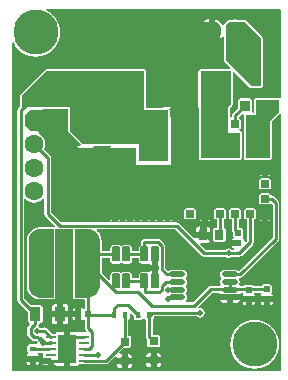
<source format=gtl>
G04 Layer_Physical_Order=1*
G04 Layer_Color=255*
%FSAX25Y25*%
%MOIN*%
G70*
G01*
G75*
%ADD10R,0.01772X0.02165*%
%ADD11R,0.03150X0.02756*%
%ADD12R,0.02047X0.01968*%
%ADD13R,0.02165X0.01772*%
%ADD14R,0.03740X0.10236*%
%ADD15R,0.03740X0.09842*%
%ADD16R,0.03200X0.03600*%
%ADD17R,0.02756X0.03543*%
%ADD18R,0.03543X0.00984*%
%ADD19R,0.05866X0.09449*%
G04:AMPARAMS|DCode=20|XSize=25mil|YSize=50mil|CornerRadius=3.13mil|HoleSize=0mil|Usage=FLASHONLY|Rotation=180.000|XOffset=0mil|YOffset=0mil|HoleType=Round|Shape=RoundedRectangle|*
%AMROUNDEDRECTD20*
21,1,0.02500,0.04375,0,0,180.0*
21,1,0.01875,0.05000,0,0,180.0*
1,1,0.00625,-0.00937,0.02187*
1,1,0.00625,0.00937,0.02187*
1,1,0.00625,0.00937,-0.02187*
1,1,0.00625,-0.00937,-0.02187*
%
%ADD20ROUNDEDRECTD20*%
%ADD21R,0.02500X0.02500*%
%ADD22O,0.05315X0.01772*%
%ADD23R,0.01968X0.02047*%
G04:AMPARAMS|DCode=24|XSize=82.68mil|YSize=228.35mil|CornerRadius=41.34mil|HoleSize=0mil|Usage=FLASHONLY|Rotation=0.000|XOffset=0mil|YOffset=0mil|HoleType=Round|Shape=RoundedRectangle|*
%AMROUNDEDRECTD24*
21,1,0.08268,0.14567,0,0,0.0*
21,1,0.00000,0.22835,0,0,0.0*
1,1,0.08268,0.00000,-0.07283*
1,1,0.08268,0.00000,-0.07283*
1,1,0.08268,0.00000,0.07283*
1,1,0.08268,0.00000,0.07283*
%
%ADD24ROUNDEDRECTD24*%
%ADD25R,0.04724X0.03543*%
%ADD26R,0.03543X0.04724*%
%ADD27C,0.01000*%
%ADD28C,0.06300*%
%ADD29C,0.15000*%
%ADD30C,0.02000*%
G36*
X0419000Y0343500D02*
X0416000Y0340500D01*
Y0328000D01*
X0408000D01*
Y0342500D01*
X0411500D01*
Y0347500D01*
X0419000D01*
Y0343500D01*
D02*
G37*
G36*
X0403000Y0346000D02*
X0402000Y0345000D01*
Y0336500D01*
X0406000D01*
Y0328000D01*
X0393000D01*
Y0357000D01*
X0403000D01*
Y0346000D01*
D02*
G37*
G36*
X0419000Y0377867D02*
X0419332Y0377801D01*
X0419613Y0377613D01*
X0419801Y0377332D01*
X0419867Y0377000D01*
X0419878Y0377000D01*
Y0348193D01*
X0419378Y0347993D01*
X0419000Y0348149D01*
X0411500D01*
X0411041Y0347959D01*
X0410851Y0347500D01*
Y0343149D01*
X0410296D01*
X0409962Y0343649D01*
X0410009Y0343763D01*
Y0347363D01*
X0409819Y0347822D01*
X0409360Y0348012D01*
X0406160D01*
X0405701Y0347822D01*
X0405510Y0347363D01*
Y0344900D01*
X0403707Y0343096D01*
X0403464Y0342732D01*
X0403378Y0342303D01*
X0403378Y0342303D01*
Y0341806D01*
X0403145Y0341681D01*
X0402649Y0341983D01*
Y0344731D01*
X0403459Y0345541D01*
X0403649Y0346000D01*
Y0356725D01*
X0404149Y0356932D01*
X0409541Y0351541D01*
X0410000Y0351351D01*
X0413000D01*
X0413459Y0351541D01*
X0413488Y0351611D01*
X0413559Y0351641D01*
X0413749Y0352100D01*
Y0355700D01*
X0413649Y0355941D01*
Y0368000D01*
X0413459Y0368459D01*
X0407959Y0373959D01*
X0407500Y0374149D01*
X0405489D01*
X0405479Y0374153D01*
X0404500Y0374282D01*
X0403521Y0374153D01*
X0403511Y0374149D01*
X0402500D01*
X0402041Y0373959D01*
X0401041Y0372959D01*
X0400851Y0372500D01*
Y0372452D01*
X0400351Y0372353D01*
X0400251Y0372593D01*
X0399586Y0373460D01*
X0398719Y0374125D01*
X0397709Y0374543D01*
X0397626Y0374554D01*
Y0373500D01*
X0398500D01*
X0399500Y0372500D01*
X0399500Y0367474D01*
X0399586Y0367540D01*
X0400251Y0368407D01*
X0400351Y0368647D01*
X0400851Y0368548D01*
Y0360500D01*
X0401041Y0360041D01*
X0402932Y0358149D01*
X0402725Y0357649D01*
X0393000D01*
X0392541Y0357459D01*
X0392471Y0357290D01*
X0392318Y0356996D01*
X0392000Y0356958D01*
X0392000Y0344941D01*
X0392351Y0344649D01*
Y0328000D01*
X0392541Y0327541D01*
X0393000Y0327351D01*
X0406000D01*
X0406459Y0327541D01*
X0406649Y0328000D01*
Y0336500D01*
X0406459Y0336959D01*
X0406000Y0337149D01*
X0405968D01*
X0405868Y0337649D01*
X0406209Y0337791D01*
X0406399Y0338250D01*
Y0340750D01*
X0406209Y0341209D01*
X0405759Y0341396D01*
X0405740Y0341473D01*
X0405682Y0341899D01*
X0406643Y0342860D01*
X0406963Y0342832D01*
X0407351Y0342500D01*
Y0328000D01*
X0407541Y0327541D01*
X0408000Y0327351D01*
X0416000D01*
X0416459Y0327541D01*
X0416649Y0328000D01*
Y0340231D01*
X0419378Y0342960D01*
X0419760Y0342873D01*
X0419878Y0342807D01*
Y0257500D01*
X0419879Y0257499D01*
X0419768Y0257232D01*
X0419501Y0257121D01*
X0419500Y0257121D01*
X0330121D01*
Y0366496D01*
X0330622Y0366621D01*
X0331233Y0365478D01*
X0332245Y0364245D01*
X0333478Y0363232D01*
X0334885Y0362480D01*
X0336412Y0362017D01*
X0338000Y0361861D01*
X0339588Y0362017D01*
X0341115Y0362480D01*
X0342522Y0363232D01*
X0343755Y0364245D01*
X0344767Y0365478D01*
X0345520Y0366885D01*
X0345983Y0368412D01*
X0346139Y0370000D01*
X0345983Y0371588D01*
X0345520Y0373115D01*
X0344767Y0374522D01*
X0343755Y0375755D01*
X0342522Y0376767D01*
X0341379Y0377379D01*
X0341504Y0377878D01*
X0419000D01*
Y0377867D01*
D02*
G37*
G36*
X0413000Y0368000D02*
Y0352000D01*
X0410000D01*
X0401500Y0360500D01*
Y0372500D01*
X0402500Y0373500D01*
X0407500D01*
X0413000Y0368000D01*
D02*
G37*
%LPC*%
G36*
X0351272Y0278040D02*
X0350897Y0277966D01*
X0350566Y0277745D01*
X0350345Y0277414D01*
X0350268Y0277024D01*
Y0277000D01*
X0351272D01*
Y0278040D01*
D02*
G37*
G36*
X0347905Y0279382D02*
X0347134D01*
Y0277000D01*
X0348925D01*
Y0278362D01*
X0348847Y0278752D01*
X0348626Y0279083D01*
X0348296Y0279304D01*
X0347905Y0279382D01*
D02*
G37*
G36*
X0345134D02*
X0344362D01*
X0343972Y0279304D01*
X0343641Y0279083D01*
X0343420Y0278752D01*
X0343343Y0278362D01*
Y0277000D01*
X0345134D01*
Y0279382D01*
D02*
G37*
G36*
X0348925Y0275000D02*
X0347134D01*
Y0272618D01*
X0347905D01*
X0348296Y0272696D01*
X0348626Y0272917D01*
X0348847Y0273248D01*
X0348925Y0273638D01*
Y0275000D01*
D02*
G37*
G36*
X0351272D02*
X0350268D01*
Y0274976D01*
X0350345Y0274586D01*
X0350566Y0274255D01*
X0350897Y0274034D01*
X0351272Y0273960D01*
Y0275000D01*
D02*
G37*
G36*
X0408000Y0280000D02*
X0406960D01*
X0407034Y0279626D01*
X0407255Y0279295D01*
X0407586Y0279074D01*
X0407976Y0278996D01*
X0408000D01*
Y0280000D01*
D02*
G37*
G36*
X0401760Y0280661D02*
X0399388D01*
X0399628Y0280302D01*
X0400252Y0279885D01*
X0400988Y0279739D01*
X0401760D01*
Y0280661D01*
D02*
G37*
G36*
X0406131D02*
X0403760D01*
Y0279739D01*
X0404531D01*
X0405267Y0279885D01*
X0405891Y0280302D01*
X0406131Y0280661D01*
D02*
G37*
G36*
X0417040Y0280114D02*
X0416000D01*
Y0279110D01*
X0416024D01*
X0416414Y0279188D01*
X0416745Y0279409D01*
X0416966Y0279740D01*
X0417040Y0280114D01*
D02*
G37*
G36*
X0411040Y0280000D02*
X0410000D01*
Y0278996D01*
X0410024D01*
X0410414Y0279074D01*
X0410745Y0279295D01*
X0410966Y0279626D01*
X0411040Y0280000D01*
D02*
G37*
G36*
X0414000Y0280114D02*
X0412960D01*
X0413034Y0279740D01*
X0413255Y0279409D01*
X0413586Y0279188D01*
X0413976Y0279110D01*
X0414000D01*
Y0280114D01*
D02*
G37*
G36*
X0345134Y0275000D02*
X0343343D01*
Y0273638D01*
X0343420Y0273248D01*
X0343641Y0272917D01*
X0343972Y0272696D01*
X0344362Y0272618D01*
X0345134D01*
Y0275000D01*
D02*
G37*
G36*
X0376300Y0259750D02*
X0374706D01*
Y0259372D01*
X0374783Y0258982D01*
X0375004Y0258651D01*
X0375335Y0258431D01*
X0375725Y0258353D01*
X0376300D01*
Y0259750D01*
D02*
G37*
G36*
X0379894D02*
X0378300D01*
Y0258353D01*
X0378875D01*
X0379265Y0258431D01*
X0379596Y0258651D01*
X0379817Y0258982D01*
X0379894Y0259372D01*
Y0259750D01*
D02*
G37*
G36*
X0370236Y0259484D02*
X0368642D01*
Y0258086D01*
X0369217D01*
X0369607Y0258164D01*
X0369938Y0258385D01*
X0370159Y0258716D01*
X0370236Y0259106D01*
Y0259484D01*
D02*
G37*
G36*
X0411000Y0274139D02*
X0409412Y0273983D01*
X0407885Y0273520D01*
X0406478Y0272767D01*
X0405245Y0271755D01*
X0404233Y0270522D01*
X0403480Y0269115D01*
X0403017Y0267588D01*
X0402861Y0266000D01*
X0403017Y0264412D01*
X0403480Y0262885D01*
X0404233Y0261478D01*
X0405245Y0260245D01*
X0406478Y0259232D01*
X0407885Y0258480D01*
X0409412Y0258017D01*
X0411000Y0257861D01*
X0412588Y0258017D01*
X0414115Y0258480D01*
X0415522Y0259232D01*
X0416755Y0260245D01*
X0417767Y0261478D01*
X0418520Y0262885D01*
X0418983Y0264412D01*
X0419139Y0266000D01*
X0418983Y0267588D01*
X0418520Y0269115D01*
X0417767Y0270522D01*
X0416755Y0271755D01*
X0415522Y0272767D01*
X0414115Y0273520D01*
X0412588Y0273983D01*
X0411000Y0274139D01*
D02*
G37*
G36*
X0366642Y0259484D02*
X0365048D01*
Y0259106D01*
X0365125Y0258716D01*
X0365346Y0258385D01*
X0365677Y0258164D01*
X0366067Y0258086D01*
X0366642D01*
Y0259484D01*
D02*
G37*
G36*
X0342008Y0259563D02*
X0340373D01*
X0340515Y0259350D01*
X0340846Y0259129D01*
X0341236Y0259051D01*
X0342008D01*
Y0259563D01*
D02*
G37*
G36*
X0376300Y0263148D02*
X0375725D01*
X0375335Y0263070D01*
X0375004Y0262849D01*
X0374783Y0262519D01*
X0374706Y0262128D01*
Y0261750D01*
X0376300D01*
Y0263148D01*
D02*
G37*
G36*
X0378875D02*
X0378300D01*
Y0261750D01*
X0379894D01*
Y0262128D01*
X0379817Y0262519D01*
X0379596Y0262849D01*
X0379265Y0263070D01*
X0378875Y0263148D01*
D02*
G37*
G36*
X0369217Y0262882D02*
X0368642D01*
Y0261484D01*
X0370236D01*
Y0261862D01*
X0370159Y0262252D01*
X0369938Y0262583D01*
X0369607Y0262804D01*
X0369217Y0262882D01*
D02*
G37*
G36*
X0335992Y0260000D02*
X0334913D01*
X0334967Y0259724D01*
X0335189Y0259393D01*
X0335519Y0259172D01*
X0335910Y0259095D01*
X0335992D01*
Y0260000D01*
D02*
G37*
G36*
X0339072D02*
X0337992D01*
Y0259095D01*
X0338075D01*
X0338465Y0259172D01*
X0338796Y0259393D01*
X0339017Y0259724D01*
X0339072Y0260000D01*
D02*
G37*
G36*
X0400750Y0311399D02*
X0398250D01*
X0397791Y0311209D01*
X0397601Y0310750D01*
Y0308250D01*
X0397791Y0307791D01*
X0398250Y0307601D01*
X0398378D01*
Y0304921D01*
X0397878D01*
X0397419Y0304731D01*
X0397229Y0304272D01*
Y0300728D01*
X0397419Y0300269D01*
X0397878Y0300079D01*
X0400634D01*
X0401093Y0300269D01*
X0401283Y0300728D01*
Y0304272D01*
X0401093Y0304731D01*
X0400634Y0304921D01*
X0400622D01*
Y0307601D01*
X0400750D01*
X0401209Y0307791D01*
X0401399Y0308250D01*
Y0310750D01*
X0401209Y0311209D01*
X0400750Y0311399D01*
D02*
G37*
G36*
X0396427Y0307500D02*
X0395500D01*
Y0307230D01*
X0395750D01*
X0396140Y0307308D01*
X0396427Y0307500D01*
D02*
G37*
G36*
X0413500Y0307500D02*
X0412572D01*
X0412860Y0307308D01*
X0413250Y0307230D01*
X0413500D01*
Y0307500D01*
D02*
G37*
G36*
X0416428D02*
X0415500D01*
Y0307230D01*
X0415750D01*
X0416140Y0307308D01*
X0416428Y0307500D01*
D02*
G37*
G36*
X0382573Y0307500D02*
X0382860Y0307308D01*
X0383250Y0307230D01*
X0383500D01*
Y0307500D01*
X0382573Y0307500D01*
D02*
G37*
G36*
X0385500Y0307500D02*
Y0307230D01*
X0385750D01*
X0386140Y0307308D01*
X0386427Y0307500D01*
X0385500D01*
D02*
G37*
G36*
X0393500Y0307500D02*
X0392572D01*
X0392860Y0307308D01*
X0393250Y0307230D01*
X0393500D01*
Y0307500D01*
D02*
G37*
G36*
X0416428Y0322500D02*
X0415500D01*
Y0322230D01*
X0415750D01*
X0416140Y0322308D01*
X0416428Y0322500D01*
D02*
G37*
G36*
X0341500Y0357649D02*
X0341041Y0357459D01*
X0333041Y0349459D01*
X0332851Y0349000D01*
Y0345437D01*
X0332207Y0344793D01*
X0331964Y0344429D01*
X0331878Y0344000D01*
X0331878Y0344000D01*
Y0280866D01*
X0331878Y0280866D01*
X0331964Y0280437D01*
X0332207Y0280073D01*
X0335445Y0276835D01*
Y0273638D01*
X0335635Y0273179D01*
X0335833Y0273096D01*
X0335970Y0272526D01*
X0335507Y0272063D01*
X0335264Y0271699D01*
X0335178Y0271270D01*
X0335178Y0271270D01*
Y0269530D01*
X0335178Y0269530D01*
X0335264Y0269101D01*
X0335507Y0268737D01*
X0336737Y0267507D01*
X0336737Y0267507D01*
X0337101Y0267264D01*
X0337530Y0267178D01*
X0337530Y0267179D01*
X0338154D01*
X0338638Y0266695D01*
X0338622Y0266355D01*
X0338147Y0266049D01*
X0338075Y0266079D01*
X0335910D01*
X0335450Y0265888D01*
X0335260Y0265429D01*
Y0263658D01*
X0335405Y0263307D01*
X0335441Y0263158D01*
X0335335Y0262705D01*
X0335189Y0262607D01*
X0334967Y0262276D01*
X0334913Y0262000D01*
X0336992D01*
X0339072D01*
X0339017Y0262276D01*
X0338796Y0262607D01*
X0338689Y0262679D01*
X0338840Y0263178D01*
X0340483D01*
X0340587Y0263024D01*
Y0262039D01*
X0340657Y0261871D01*
X0340515Y0261776D01*
X0340373Y0261563D01*
X0340818D01*
X0341236Y0261390D01*
X0343008D01*
Y0260563D01*
X0344008D01*
Y0259051D01*
X0344779D01*
X0344840Y0259063D01*
X0344846Y0259055D01*
X0345177Y0258834D01*
X0345567Y0258756D01*
X0347500D01*
Y0264500D01*
Y0270244D01*
X0345567D01*
X0345177Y0270166D01*
X0344846Y0269945D01*
X0344625Y0269615D01*
X0344618Y0269579D01*
X0343437D01*
X0341693Y0271322D01*
X0341329Y0271565D01*
X0340900Y0271651D01*
X0340471Y0271565D01*
X0340405Y0271521D01*
X0339575D01*
X0339553Y0271553D01*
X0339093Y0271861D01*
X0339024Y0271907D01*
X0338907Y0272387D01*
X0338909Y0272440D01*
X0338988Y0272836D01*
X0339441Y0272988D01*
X0339638D01*
X0340097Y0273179D01*
X0340287Y0273638D01*
Y0278362D01*
X0340097Y0278821D01*
X0339638Y0279012D01*
X0336440D01*
X0334121Y0281331D01*
Y0314373D01*
X0334622Y0314543D01*
X0334825Y0314278D01*
X0335609Y0313676D01*
X0336521Y0313299D01*
X0337500Y0313170D01*
X0338479Y0313299D01*
X0339391Y0313676D01*
X0340175Y0314278D01*
X0340378Y0314543D01*
X0340879Y0314373D01*
Y0309500D01*
X0340878Y0309500D01*
X0340964Y0309071D01*
X0341207Y0308707D01*
X0344553Y0305361D01*
X0344548Y0305352D01*
X0344548D01*
X0344270Y0304937D01*
X0343957Y0305067D01*
X0339626Y0305067D01*
X0339626Y0305066D01*
X0339238D01*
X0339177Y0305041D01*
X0339111Y0305054D01*
X0338351Y0304903D01*
X0338296Y0304866D01*
X0338229D01*
X0337513Y0304569D01*
X0337466Y0304522D01*
X0337400Y0304509D01*
X0336755Y0304078D01*
X0336719Y0304023D01*
X0336657Y0303997D01*
X0336109Y0303449D01*
X0336083Y0303388D01*
X0336028Y0303351D01*
X0335597Y0302706D01*
X0335584Y0302641D01*
X0335537Y0302594D01*
X0335240Y0301877D01*
Y0301811D01*
X0335204Y0301755D01*
X0335052Y0300995D01*
X0335065Y0300930D01*
X0335040Y0300868D01*
X0335040Y0300481D01*
X0335040Y0285520D01*
X0335040Y0285520D01*
X0335040Y0285520D01*
X0335040Y0285132D01*
X0335065Y0285070D01*
X0335052Y0285005D01*
X0335203Y0284244D01*
X0335240Y0284189D01*
Y0284123D01*
X0335537Y0283406D01*
X0335584Y0283359D01*
X0335597Y0283294D01*
X0336028Y0282649D01*
X0336083Y0282612D01*
X0336109Y0282551D01*
X0336657Y0282002D01*
X0336719Y0281977D01*
X0336756Y0281922D01*
X0337401Y0281491D01*
X0337466Y0281478D01*
X0337513Y0281431D01*
X0338229Y0281134D01*
X0338296D01*
X0338351Y0281097D01*
X0339112Y0280946D01*
X0339177Y0280959D01*
X0339238Y0280933D01*
X0339626Y0280933D01*
X0343957Y0280933D01*
X0343957Y0280933D01*
X0343957Y0280933D01*
X0344193Y0281031D01*
X0344413Y0281122D01*
X0344416Y0281123D01*
X0344606Y0281583D01*
X0344606Y0281583D01*
Y0304417D01*
X0344590Y0304456D01*
X0344978Y0304825D01*
X0345189Y0304724D01*
X0345553Y0304481D01*
X0345983Y0304396D01*
X0345983Y0304396D01*
X0350394D01*
Y0281582D01*
X0350473Y0281392D01*
X0350583Y0281126D01*
X0350584Y0281123D01*
X0351043Y0280933D01*
X0351043Y0280933D01*
X0354025Y0280933D01*
X0354379Y0280579D01*
Y0278032D01*
X0354231Y0277926D01*
X0353878Y0277810D01*
X0353646Y0277966D01*
X0353272Y0278040D01*
Y0276000D01*
Y0273960D01*
X0353646Y0274034D01*
X0353878Y0274190D01*
X0354231Y0274074D01*
X0354379Y0273968D01*
Y0271393D01*
X0354378Y0271393D01*
X0354464Y0270964D01*
X0354707Y0270600D01*
X0354896Y0270411D01*
X0354705Y0269949D01*
X0352221D01*
X0352160Y0269937D01*
X0352154Y0269945D01*
X0351823Y0270166D01*
X0351433Y0270244D01*
X0349500D01*
Y0264500D01*
Y0258756D01*
X0351433D01*
X0351823Y0258834D01*
X0352154Y0259055D01*
X0352375Y0259385D01*
X0352382Y0259421D01*
X0353640D01*
X0353726Y0259364D01*
X0354155Y0259278D01*
X0354155Y0259278D01*
X0361388D01*
X0361388Y0259278D01*
X0361818Y0259364D01*
X0362181Y0259607D01*
X0364563Y0261988D01*
X0364817Y0261922D01*
X0365048Y0261766D01*
Y0261484D01*
X0366642D01*
Y0262882D01*
X0366163D01*
X0366007Y0263112D01*
X0365941Y0263366D01*
X0367330Y0264756D01*
X0369217D01*
X0369676Y0264946D01*
X0369866Y0265405D01*
Y0268161D01*
X0369676Y0268620D01*
X0369217Y0268811D01*
X0368893D01*
Y0274065D01*
X0369117Y0274158D01*
X0369307Y0274617D01*
Y0276228D01*
X0369807Y0276435D01*
X0370693Y0275549D01*
Y0274617D01*
X0370883Y0274158D01*
X0371342Y0273968D01*
X0373114D01*
X0373573Y0274158D01*
X0373764Y0274617D01*
X0374236D01*
X0374427Y0274158D01*
X0374750Y0274024D01*
Y0268478D01*
X0374750Y0268478D01*
X0374835Y0268049D01*
X0375076Y0267689D01*
Y0265672D01*
X0375266Y0265212D01*
X0375725Y0265022D01*
X0378875D01*
X0379334Y0265212D01*
X0379524Y0265672D01*
Y0268428D01*
X0379334Y0268887D01*
X0378875Y0269077D01*
X0376993D01*
Y0274107D01*
X0377117Y0274158D01*
X0377307Y0274617D01*
Y0275349D01*
X0377336Y0275378D01*
X0391525D01*
X0391547Y0275346D01*
X0392076Y0274993D01*
X0392700Y0274869D01*
X0393324Y0274993D01*
X0393853Y0275346D01*
X0394207Y0275876D01*
X0394331Y0276500D01*
X0394207Y0277124D01*
X0393853Y0277654D01*
X0393324Y0278007D01*
X0392700Y0278131D01*
X0392356Y0278063D01*
X0392110Y0278524D01*
X0396807Y0283221D01*
X0399161D01*
X0399428Y0282721D01*
X0399388Y0282661D01*
X0402760D01*
X0406131D01*
X0406091Y0282721D01*
X0406359Y0283221D01*
X0407127D01*
X0407279Y0282721D01*
X0407255Y0282705D01*
X0407034Y0282374D01*
X0406960Y0282000D01*
X0409000D01*
X0411040D01*
X0410966Y0282374D01*
X0410745Y0282705D01*
X0410721Y0282721D01*
X0410873Y0283221D01*
X0412968D01*
X0413073Y0283074D01*
X0413190Y0282721D01*
X0413034Y0282489D01*
X0412960Y0282114D01*
X0415000D01*
Y0281114D01*
D01*
Y0282114D01*
X0417040D01*
X0416966Y0282489D01*
X0416745Y0282819D01*
X0416514Y0282974D01*
X0416673Y0283358D01*
Y0285327D01*
X0416483Y0285786D01*
X0416024Y0285976D01*
X0413976D01*
X0413517Y0285786D01*
X0413384Y0285464D01*
X0410569D01*
X0410483Y0285672D01*
X0410024Y0285862D01*
X0407976D01*
X0407517Y0285672D01*
X0407431Y0285464D01*
X0406041D01*
X0405774Y0285964D01*
X0405931Y0286200D01*
X0406046Y0286780D01*
X0405931Y0287359D01*
X0405692Y0287717D01*
X0405863Y0288157D01*
X0405913Y0288217D01*
X0406260D01*
X0406260Y0288217D01*
X0406689Y0288302D01*
X0407053Y0288545D01*
X0418893Y0300386D01*
X0418893Y0300386D01*
X0419136Y0300750D01*
X0419222Y0301179D01*
X0419222Y0301179D01*
Y0313100D01*
X0419222Y0313100D01*
X0419136Y0313529D01*
X0418893Y0313893D01*
X0418893Y0313893D01*
X0417493Y0315293D01*
X0417129Y0315536D01*
X0416700Y0315622D01*
X0416399Y0315750D01*
X0416209Y0316209D01*
X0415750Y0316399D01*
X0413250D01*
X0412791Y0316209D01*
X0412601Y0315750D01*
Y0313250D01*
X0412778Y0312822D01*
X0412822Y0312778D01*
X0413250Y0312601D01*
X0415750D01*
X0416209Y0312791D01*
X0416679Y0312795D01*
X0416978Y0312532D01*
Y0312000D01*
X0417000D01*
Y0307500D01*
X0416611D01*
X0416978Y0307389D01*
Y0301643D01*
X0405795Y0290460D01*
X0405527D01*
X0405111Y0290738D01*
X0404531Y0290854D01*
X0400988D01*
X0400408Y0290738D01*
X0399917Y0290410D01*
X0399588Y0289918D01*
X0399473Y0289339D01*
X0399588Y0288759D01*
X0399832Y0288395D01*
X0399884Y0288059D01*
X0399832Y0287723D01*
X0399588Y0287359D01*
X0399473Y0286780D01*
X0399588Y0286200D01*
X0399746Y0285964D01*
X0399479Y0285464D01*
X0396343D01*
X0396343Y0285464D01*
X0395913Y0285379D01*
X0395550Y0285136D01*
X0395550Y0285136D01*
X0390435Y0280022D01*
X0388132D01*
X0387980Y0280521D01*
X0388083Y0280590D01*
X0388411Y0281082D01*
X0388527Y0281661D01*
X0388411Y0282241D01*
X0388083Y0282733D01*
Y0283149D01*
X0388411Y0283641D01*
X0388527Y0284221D01*
X0388411Y0284800D01*
X0388168Y0285164D01*
X0388116Y0285500D01*
X0388168Y0285836D01*
X0388411Y0286200D01*
X0388527Y0286780D01*
X0388411Y0287359D01*
X0388168Y0287723D01*
X0388116Y0288059D01*
X0388168Y0288395D01*
X0388411Y0288759D01*
X0388527Y0289339D01*
X0388411Y0289918D01*
X0388083Y0290410D01*
X0387592Y0290738D01*
X0387012Y0290854D01*
X0383469D01*
X0382889Y0290738D01*
X0382473Y0290460D01*
X0382126D01*
X0381224Y0291363D01*
Y0298773D01*
X0381224Y0298773D01*
X0381138Y0299202D01*
X0380895Y0299566D01*
X0380895Y0299566D01*
X0379668Y0300793D01*
X0379304Y0301036D01*
X0378875Y0301122D01*
X0378874Y0301121D01*
X0374248D01*
X0373819Y0301036D01*
X0373455Y0300793D01*
X0373212Y0300429D01*
X0373127Y0300000D01*
Y0299081D01*
X0372955Y0299047D01*
X0372653Y0298845D01*
X0372451Y0298544D01*
X0372380Y0298187D01*
Y0297122D01*
X0370120D01*
Y0298187D01*
X0370049Y0298544D01*
X0369847Y0298845D01*
X0369546Y0299047D01*
X0369190Y0299118D01*
X0367315D01*
X0366958Y0299047D01*
X0366657Y0298845D01*
X0366343D01*
X0366041Y0299047D01*
X0365686Y0299118D01*
X0363810D01*
X0363454Y0299047D01*
X0363153Y0298845D01*
X0362951Y0298544D01*
X0362880Y0298187D01*
Y0297122D01*
X0359961D01*
X0359961Y0300868D01*
X0359935Y0300929D01*
X0359948Y0300994D01*
X0359797Y0301755D01*
X0359760Y0301810D01*
X0359760Y0301877D01*
X0359463Y0302593D01*
X0359416Y0302640D01*
X0359403Y0302706D01*
X0358972Y0303350D01*
X0358917Y0303387D01*
X0358892Y0303449D01*
X0358445Y0303896D01*
X0358580Y0304367D01*
X0358590Y0304384D01*
X0358601Y0304396D01*
X0384518D01*
X0393360Y0295553D01*
X0393360Y0295553D01*
X0393724Y0295310D01*
X0394153Y0295225D01*
X0401125D01*
X0401147Y0295193D01*
X0401676Y0294839D01*
X0402300Y0294715D01*
X0402924Y0294839D01*
X0403453Y0295193D01*
X0403475Y0295225D01*
X0405846D01*
X0405847Y0295225D01*
X0406276Y0295310D01*
X0406639Y0295553D01*
X0410293Y0299207D01*
X0410293Y0299207D01*
X0410536Y0299571D01*
X0410622Y0300000D01*
X0410622Y0300000D01*
Y0307601D01*
X0410750D01*
X0411209Y0307791D01*
X0411399Y0308250D01*
Y0310750D01*
X0411222Y0311178D01*
X0411178Y0311222D01*
X0410750Y0311399D01*
X0408250D01*
X0407791Y0311209D01*
X0407601Y0310750D01*
Y0308250D01*
X0407791Y0307791D01*
X0408250Y0307601D01*
X0408379D01*
Y0300465D01*
X0408005Y0300091D01*
X0407543Y0300283D01*
Y0300870D01*
X0407466Y0301260D01*
X0407245Y0301591D01*
X0407014Y0301745D01*
X0407173Y0302130D01*
Y0304099D01*
X0406983Y0304558D01*
X0406524Y0304748D01*
X0405621D01*
Y0307601D01*
X0405750D01*
X0406209Y0307791D01*
X0406399Y0308250D01*
Y0310750D01*
X0406209Y0311209D01*
X0405750Y0311399D01*
X0403250D01*
X0402791Y0311209D01*
X0402601Y0310750D01*
Y0308250D01*
X0402791Y0307791D01*
X0403250Y0307601D01*
X0403378D01*
Y0304114D01*
X0403378Y0304114D01*
X0403464Y0303685D01*
X0403707Y0303321D01*
X0403827Y0303201D01*
Y0302130D01*
X0403986Y0301745D01*
X0403755Y0301591D01*
X0403534Y0301260D01*
X0403460Y0300886D01*
X0405500D01*
Y0298886D01*
X0403460D01*
X0403534Y0298511D01*
X0403755Y0298181D01*
X0404086Y0297960D01*
X0403995Y0297468D01*
X0403475D01*
X0403453Y0297500D01*
X0402924Y0297854D01*
X0402300Y0297978D01*
X0401676Y0297854D01*
X0401147Y0297500D01*
X0401125Y0297468D01*
X0394618D01*
X0392839Y0299247D01*
X0393031Y0299709D01*
X0395122D01*
X0395512Y0299786D01*
X0395843Y0300007D01*
X0396064Y0300338D01*
X0396142Y0300728D01*
Y0301500D01*
X0391347D01*
Y0301393D01*
X0390884Y0301202D01*
X0385776Y0306311D01*
X0385412Y0306554D01*
X0384982Y0306639D01*
X0384982Y0306639D01*
X0346447D01*
X0343122Y0309965D01*
Y0328252D01*
X0343122Y0328252D01*
X0343036Y0328681D01*
X0342793Y0329045D01*
X0342793Y0329045D01*
X0340835Y0331003D01*
X0341154Y0331773D01*
X0341282Y0332752D01*
X0341154Y0333731D01*
X0340776Y0334643D01*
X0340175Y0335426D01*
X0339391Y0336028D01*
X0338970Y0336202D01*
Y0336730D01*
X0338500Y0337200D01*
X0336300D01*
X0334400Y0339100D01*
Y0342200D01*
X0336200Y0344000D01*
X0340165D01*
X0340284Y0344351D01*
X0348851D01*
Y0337100D01*
X0349041Y0336641D01*
X0353024Y0332657D01*
X0352817Y0332157D01*
X0351943D01*
X0352600Y0331500D01*
X0357310Y0331500D01*
X0357304Y0331528D01*
X0357155Y0331750D01*
X0357286Y0332130D01*
X0357377Y0332251D01*
X0363105Y0332250D01*
X0363154Y0331750D01*
X0362860Y0331692D01*
X0362573Y0331500D01*
X0371500Y0331500D01*
X0371500Y0325800D01*
X0383000D01*
Y0341856D01*
X0382649Y0342107D01*
Y0344000D01*
X0382499Y0344362D01*
X0382709Y0344862D01*
X0383000D01*
Y0345000D01*
X0380393D01*
X0380286Y0344649D01*
X0374849Y0344649D01*
Y0357000D01*
X0374659Y0357459D01*
X0374200Y0357649D01*
X0341500Y0357649D01*
D02*
G37*
G36*
X0395626Y0374554D02*
X0395543Y0374543D01*
X0394533Y0374125D01*
X0393719Y0373500D01*
X0395626D01*
Y0374554D01*
D02*
G37*
G36*
X0390750Y0311399D02*
X0388250D01*
X0387791Y0311209D01*
X0387601Y0310750D01*
Y0308250D01*
X0387791Y0307791D01*
X0388250Y0307601D01*
X0390750D01*
X0391209Y0307791D01*
X0391399Y0308250D01*
Y0310750D01*
X0391209Y0311209D01*
X0390750Y0311399D01*
D02*
G37*
G36*
X0415750Y0321399D02*
X0413250D01*
X0412791Y0321209D01*
X0412601Y0320750D01*
Y0318250D01*
X0412791Y0317791D01*
X0413250Y0317601D01*
X0415750D01*
X0416209Y0317791D01*
X0416399Y0318250D01*
Y0320750D01*
X0416209Y0321209D01*
X0415750Y0321399D01*
D02*
G37*
G36*
X0413500Y0322500D02*
X0412572D01*
X0412860Y0322308D01*
X0413250Y0322230D01*
X0413500D01*
Y0322500D01*
D02*
G37*
G36*
X0380500Y0307500D02*
Y0307230D01*
X0380750D01*
X0381140Y0307308D01*
X0381428Y0307500D01*
X0380500D01*
D02*
G37*
G36*
X0362573Y0307500D02*
X0362860Y0307308D01*
X0363250Y0307230D01*
X0363500D01*
Y0307500D01*
X0362573D01*
D02*
G37*
G36*
X0365500Y0307500D02*
Y0307230D01*
X0365750D01*
X0366140Y0307308D01*
X0366427Y0307500D01*
X0365500D01*
D02*
G37*
G36*
X0392744Y0305291D02*
X0392366D01*
X0391976Y0305214D01*
X0391645Y0304993D01*
X0391424Y0304662D01*
X0391347Y0304272D01*
Y0303500D01*
X0392744D01*
Y0305291D01*
D02*
G37*
G36*
X0395122D02*
X0394744D01*
Y0303500D01*
X0396142D01*
Y0304272D01*
X0396064Y0304662D01*
X0395843Y0304993D01*
X0395512Y0305214D01*
X0395122Y0305291D01*
D02*
G37*
G36*
X0367572Y0307500D02*
X0367860Y0307308D01*
X0368250Y0307230D01*
X0368500D01*
Y0307500D01*
X0367572D01*
D02*
G37*
G36*
X0375500Y0307500D02*
Y0307230D01*
X0375750D01*
X0376140Y0307308D01*
X0376428Y0307500D01*
X0375500D01*
D02*
G37*
G36*
X0377572D02*
X0377860Y0307308D01*
X0378250Y0307230D01*
X0378500D01*
Y0307500D01*
X0377572D01*
D02*
G37*
G36*
X0370500Y0307500D02*
Y0307230D01*
X0370750D01*
X0371140Y0307308D01*
X0371427Y0307500D01*
X0370500D01*
D02*
G37*
G36*
X0372572D02*
X0372860Y0307308D01*
X0373250Y0307230D01*
X0373500D01*
Y0307500D01*
X0372572D01*
D02*
G37*
%LPD*%
G36*
X0374200Y0357000D02*
Y0344000D01*
X0382000Y0344000D01*
X0382000Y0327000D01*
X0372500Y0327000D01*
X0372500Y0332900D01*
X0353700Y0332900D01*
X0349500Y0337100D01*
Y0345000D01*
X0333500D01*
Y0349000D01*
X0341500Y0357000D01*
X0374200Y0357000D01*
D02*
G37*
G36*
X0378752Y0292423D02*
X0378980Y0292235D01*
Y0290978D01*
X0378867Y0290801D01*
X0378752Y0290703D01*
Y0287000D01*
X0376752D01*
Y0290513D01*
X0376302Y0290424D01*
X0375868Y0290134D01*
X0375851Y0290109D01*
X0375541Y0290047D01*
X0375185Y0290118D01*
X0373310D01*
X0372955Y0290047D01*
X0372653Y0289845D01*
X0372451Y0289544D01*
X0372380Y0289188D01*
Y0288122D01*
X0370120D01*
Y0289188D01*
X0370049Y0289544D01*
X0369847Y0289845D01*
X0369546Y0290047D01*
X0369190Y0290118D01*
X0367315D01*
X0366958Y0290047D01*
X0366856Y0289979D01*
X0366500Y0289886D01*
X0366144Y0289979D01*
X0366041Y0290047D01*
X0365686Y0290118D01*
X0363810D01*
X0363455Y0290047D01*
X0363153Y0289845D01*
X0362951Y0289544D01*
X0362880Y0289188D01*
Y0287537D01*
X0362418Y0287345D01*
X0359961Y0289803D01*
X0359961Y0294879D01*
X0362880D01*
Y0293812D01*
X0362951Y0293457D01*
X0363153Y0293155D01*
X0363454Y0292953D01*
X0363810Y0292882D01*
X0365686D01*
X0366041Y0292953D01*
X0366144Y0293021D01*
X0366500Y0293114D01*
X0366856Y0293021D01*
X0366958Y0292953D01*
X0367315Y0292882D01*
X0369190D01*
X0369546Y0292953D01*
X0369847Y0293155D01*
X0370049Y0293457D01*
X0370120Y0293812D01*
Y0294879D01*
X0372380D01*
Y0293812D01*
X0372451Y0293457D01*
X0372653Y0293155D01*
X0372955Y0292953D01*
X0373310Y0292882D01*
X0375185D01*
X0375541Y0292953D01*
X0375851Y0292891D01*
X0375868Y0292866D01*
X0376302Y0292576D01*
X0376752Y0292487D01*
Y0296000D01*
X0378752D01*
Y0292423D01*
D02*
G37*
G36*
X0355375Y0304417D02*
X0355762Y0304417D01*
X0356523Y0304266D01*
X0357239Y0303969D01*
X0357884Y0303538D01*
X0358432Y0302990D01*
X0358863Y0302345D01*
X0359160Y0301628D01*
X0359311Y0300868D01*
Y0300480D01*
X0359311Y0285520D01*
X0359311Y0285520D01*
X0359311Y0285132D01*
X0359160Y0284371D01*
X0358863Y0283655D01*
X0358432Y0283010D01*
X0357884Y0282462D01*
X0357239Y0282031D01*
X0356522Y0281734D01*
X0355762Y0281583D01*
X0355374Y0281583D01*
X0351043Y0281582D01*
Y0304417D01*
X0355374Y0304417D01*
X0355375Y0304417D01*
D02*
G37*
G36*
X0343957Y0281583D02*
X0339626Y0281583D01*
X0339238Y0281583D01*
X0338478Y0281734D01*
X0337761Y0282031D01*
X0337117Y0282462D01*
X0336568Y0283010D01*
X0336137Y0283655D01*
X0335840Y0284371D01*
X0335689Y0285132D01*
X0335689Y0285520D01*
X0335689Y0285520D01*
X0335689Y0300481D01*
X0335689Y0300868D01*
X0335840Y0301629D01*
X0336137Y0302345D01*
X0336568Y0302990D01*
X0337116Y0303538D01*
X0337761Y0303969D01*
X0338477Y0304266D01*
X0339238Y0304417D01*
X0339626D01*
X0339626Y0304417D01*
X0343957Y0304417D01*
Y0281583D01*
D02*
G37*
D10*
X0375772Y0275700D02*
D03*
X0372228D02*
D03*
X0364228D02*
D03*
X0367772D02*
D03*
D11*
X0377300Y0260750D02*
D03*
Y0267050D02*
D03*
X0367642Y0260484D02*
D03*
Y0266783D02*
D03*
D12*
X0415000Y0284343D02*
D03*
Y0281114D02*
D03*
X0405500Y0303114D02*
D03*
Y0299886D02*
D03*
X0409000Y0281000D02*
D03*
Y0284228D02*
D03*
D13*
X0336992Y0261000D02*
D03*
Y0264543D02*
D03*
D14*
X0401012Y0351000D02*
D03*
X0383012D02*
D03*
D15*
X0389988D02*
D03*
X0371988D02*
D03*
D16*
X0407760Y0345563D02*
D03*
X0415300D02*
D03*
X0411500Y0353900D02*
D03*
D17*
X0399256Y0302500D02*
D03*
X0393744D02*
D03*
D18*
X0343008Y0268437D02*
D03*
Y0266469D02*
D03*
Y0264500D02*
D03*
Y0262532D02*
D03*
Y0260563D02*
D03*
X0353992Y0268437D02*
D03*
Y0266469D02*
D03*
Y0264500D02*
D03*
Y0262532D02*
D03*
Y0260563D02*
D03*
D19*
X0348500Y0264500D02*
D03*
D20*
X0368252Y0296000D02*
D03*
X0364748D02*
D03*
X0377752D02*
D03*
X0374248D02*
D03*
X0368252Y0287000D02*
D03*
X0364748D02*
D03*
X0377752D02*
D03*
X0374248D02*
D03*
D21*
X0414500Y0339500D02*
D03*
Y0334500D02*
D03*
Y0329500D02*
D03*
Y0324500D02*
D03*
Y0319500D02*
D03*
Y0314500D02*
D03*
Y0309500D02*
D03*
X0409500Y0339500D02*
D03*
Y0334500D02*
D03*
Y0329500D02*
D03*
Y0324500D02*
D03*
Y0319500D02*
D03*
Y0314500D02*
D03*
Y0309500D02*
D03*
X0404500Y0339500D02*
D03*
Y0334500D02*
D03*
Y0329500D02*
D03*
Y0324500D02*
D03*
Y0319500D02*
D03*
Y0314500D02*
D03*
Y0309500D02*
D03*
X0399500Y0339500D02*
D03*
Y0334500D02*
D03*
Y0329500D02*
D03*
Y0324500D02*
D03*
Y0319500D02*
D03*
Y0314500D02*
D03*
Y0309500D02*
D03*
X0394500Y0339500D02*
D03*
Y0334500D02*
D03*
Y0329500D02*
D03*
Y0324500D02*
D03*
Y0319500D02*
D03*
Y0314500D02*
D03*
Y0309500D02*
D03*
X0389500Y0339500D02*
D03*
Y0334500D02*
D03*
Y0329500D02*
D03*
Y0324500D02*
D03*
Y0319500D02*
D03*
Y0314500D02*
D03*
Y0309500D02*
D03*
X0384500Y0339500D02*
D03*
Y0334500D02*
D03*
Y0329500D02*
D03*
Y0324500D02*
D03*
Y0319500D02*
D03*
Y0314500D02*
D03*
Y0309500D02*
D03*
X0379500Y0339500D02*
D03*
Y0334500D02*
D03*
Y0329500D02*
D03*
Y0324500D02*
D03*
Y0319500D02*
D03*
Y0314500D02*
D03*
Y0309500D02*
D03*
X0374500Y0339500D02*
D03*
Y0334500D02*
D03*
Y0329500D02*
D03*
Y0324500D02*
D03*
Y0319500D02*
D03*
Y0314500D02*
D03*
Y0309500D02*
D03*
X0369500Y0339500D02*
D03*
Y0334500D02*
D03*
Y0329500D02*
D03*
Y0324500D02*
D03*
Y0319500D02*
D03*
Y0314500D02*
D03*
Y0309500D02*
D03*
X0364500Y0339500D02*
D03*
Y0334500D02*
D03*
Y0329500D02*
D03*
Y0324500D02*
D03*
Y0319500D02*
D03*
Y0314500D02*
D03*
Y0309500D02*
D03*
D22*
X0385240Y0289339D02*
D03*
Y0286780D02*
D03*
Y0284221D02*
D03*
Y0281661D02*
D03*
X0402760Y0289339D02*
D03*
Y0286780D02*
D03*
Y0284221D02*
D03*
Y0281661D02*
D03*
D23*
X0355500Y0276000D02*
D03*
X0352272D02*
D03*
D24*
X0339823Y0293000D02*
D03*
X0355177D02*
D03*
D25*
X0354000Y0337634D02*
D03*
Y0329366D02*
D03*
D26*
X0337866Y0276000D02*
D03*
X0346134D02*
D03*
D27*
X0397422Y0299628D02*
X0405500D01*
X0342318Y0266500D02*
X0342647Y0266829D01*
X0338818Y0268100D02*
X0340418Y0266500D01*
X0339525Y0268100D02*
X0341125Y0266500D01*
X0342318D01*
X0340418D02*
X0341125D01*
X0340400D02*
X0340418D01*
X0342647Y0266829D02*
X0343008Y0266469D01*
X0338400Y0270400D02*
X0340771D01*
X0336300Y0271270D02*
X0337866Y0272836D01*
Y0276000D01*
X0336300Y0269530D02*
Y0271270D01*
X0340900Y0270529D02*
X0343000Y0268429D01*
X0336300Y0269530D02*
X0337530Y0268300D01*
X0338818Y0268100D02*
X0339525D01*
X0338618Y0268300D02*
X0338818Y0268100D01*
X0337530Y0268300D02*
X0338618D01*
X0402760Y0284343D02*
X0415000D01*
X0396343D02*
X0402760D01*
X0368628Y0279200D02*
X0372328Y0275500D01*
X0355500Y0292677D02*
X0364777Y0283400D01*
X0367772Y0266783D02*
Y0275700D01*
X0361388Y0260400D02*
X0367772Y0266783D01*
X0384982Y0305518D02*
X0394153Y0296346D01*
X0405847D02*
X0409500Y0300000D01*
X0402300Y0296346D02*
X0405847D01*
X0394153D02*
X0402300D01*
X0405500Y0299628D02*
Y0299886D01*
X0404500Y0304114D02*
X0405500Y0303114D01*
X0404500Y0304114D02*
Y0309500D01*
X0406260Y0289339D02*
X0418100Y0301179D01*
X0402760Y0289339D02*
X0406260D01*
X0390900Y0278900D02*
X0396343Y0284343D01*
X0376872Y0276500D02*
X0392700D01*
X0376706Y0278900D02*
X0390900D01*
X0380102Y0284227D02*
Y0285373D01*
X0379275Y0283400D02*
X0380102Y0284227D01*
X0374468Y0283400D02*
X0379275D01*
X0382000Y0281000D02*
X0382661Y0281661D01*
X0382202Y0284000D02*
X0385020D01*
X0381661Y0289339D02*
X0385240D01*
X0380102Y0290898D02*
X0381661Y0289339D01*
X0375872Y0268478D02*
X0377300Y0267050D01*
X0375872Y0268478D02*
Y0275500D01*
X0365400Y0279200D02*
X0368628D01*
X0364228Y0278028D02*
X0365400Y0279200D01*
X0364228Y0275700D02*
Y0278028D01*
X0355800Y0275700D02*
X0364228D01*
X0353992Y0260563D02*
X0354155Y0260400D01*
X0361388D01*
X0355500Y0276000D02*
X0355800Y0275700D01*
X0342464Y0264543D02*
X0342508Y0264500D01*
X0368252Y0287000D02*
X0374248D01*
X0358177Y0296000D02*
X0364748D01*
X0355177Y0293000D02*
X0358177Y0296000D01*
X0374248Y0287000D02*
X0374468Y0286780D01*
X0381509D02*
X0385240D01*
X0374468Y0283400D02*
Y0286780D01*
X0368252Y0296000D02*
X0374248D01*
X0377752Y0287000D02*
Y0296000D01*
X0380102Y0290898D02*
Y0298773D01*
X0378875Y0300000D02*
X0380102Y0298773D01*
X0374248Y0300000D02*
X0378875D01*
X0374248Y0296000D02*
Y0300000D01*
X0343008Y0260563D02*
X0346500D01*
X0350500Y0268061D02*
X0350876Y0268437D01*
X0353992D01*
Y0262532D02*
X0354024Y0262500D01*
X0356864Y0265521D02*
Y0270029D01*
X0355500Y0271393D02*
X0356864Y0270029D01*
X0355500Y0271393D02*
Y0276000D01*
X0353992Y0264500D02*
X0355843D01*
X0356864Y0265521D01*
X0355500Y0276000D02*
Y0292677D01*
X0333000Y0280866D02*
X0337866Y0276000D01*
X0380102Y0285373D02*
X0381509Y0286780D01*
X0385020Y0284000D02*
X0385240Y0284221D01*
X0382661Y0281661D02*
X0385240D01*
X0342000Y0309500D02*
X0345983Y0305518D01*
X0333000Y0280866D02*
Y0344000D01*
X0337500Y0348500D01*
X0399500Y0302744D02*
Y0309500D01*
X0399256Y0302500D02*
X0399500Y0302744D01*
X0393744Y0302500D02*
X0394500Y0303256D01*
X0393744Y0302500D02*
X0394551D01*
X0391500D02*
X0393744D01*
X0345983Y0305518D02*
X0384982D01*
X0409500Y0300000D02*
Y0309500D01*
X0414500Y0314500D02*
X0416700D01*
X0418100Y0313100D01*
X0404500Y0342303D02*
X0407760Y0345563D01*
X0404500Y0339500D02*
Y0342303D01*
X0364777Y0283400D02*
X0372206D01*
X0376706Y0278900D01*
X0355177Y0293000D02*
X0355500Y0292677D01*
X0402760Y0284221D02*
Y0284343D01*
Y0286780D01*
X0337500Y0332752D02*
X0342000Y0328252D01*
Y0309500D02*
Y0328252D01*
X0343000Y0268429D02*
X0343008Y0268437D01*
X0340771Y0270400D02*
X0340900Y0270529D01*
X0354024Y0262500D02*
X0358631D01*
X0341480Y0264543D02*
X0342464D01*
X0337236Y0264300D02*
X0341237D01*
X0336992Y0264543D02*
X0337236Y0264300D01*
X0341237D02*
X0341480Y0264543D01*
X0394551Y0302500D02*
X0397422Y0299628D01*
X0394500Y0303256D02*
Y0309500D01*
X0418100Y0301179D02*
Y0313100D01*
X0384500Y0309500D02*
X0391500Y0302500D01*
X0375872Y0275500D02*
X0376872Y0276500D01*
D28*
X0396626Y0370500D02*
D03*
X0404500D02*
D03*
X0337500Y0316952D02*
D03*
Y0324852D02*
D03*
Y0332752D02*
D03*
Y0340626D02*
D03*
Y0348500D02*
D03*
D29*
X0411000Y0266000D02*
D03*
X0338000Y0370000D02*
D03*
D30*
X0340400Y0266500D02*
D03*
X0338400Y0270400D02*
D03*
X0402300Y0296346D02*
D03*
X0402760Y0281661D02*
D03*
X0404500Y0309500D02*
D03*
X0394000Y0274000D02*
D03*
X0398000D02*
D03*
X0392700Y0276500D02*
D03*
X0382000Y0281000D02*
D03*
X0382202Y0284000D02*
D03*
X0386000Y0274000D02*
D03*
X0390000D02*
D03*
X0377300Y0260750D02*
D03*
X0367642Y0260484D02*
D03*
X0340000Y0284000D02*
D03*
X0389500Y0309500D02*
D03*
X0379500Y0329000D02*
D03*
X0414500Y0319500D02*
D03*
X0347500Y0268000D02*
D03*
X0349500D02*
D03*
X0347500Y0265500D02*
D03*
X0349500D02*
D03*
X0346000Y0277000D02*
D03*
Y0274500D02*
D03*
X0336992Y0261000D02*
D03*
X0364500Y0329500D02*
D03*
X0369500D02*
D03*
Y0324500D02*
D03*
X0364500D02*
D03*
Y0319500D02*
D03*
X0369500D02*
D03*
Y0314500D02*
D03*
X0364500D02*
D03*
Y0309500D02*
D03*
X0369500D02*
D03*
X0374500D02*
D03*
Y0314500D02*
D03*
Y0319500D02*
D03*
Y0324500D02*
D03*
X0379500Y0319500D02*
D03*
Y0314500D02*
D03*
Y0309500D02*
D03*
X0384000D02*
D03*
X0384500Y0314500D02*
D03*
Y0319500D02*
D03*
Y0329500D02*
D03*
X0389500D02*
D03*
Y0334500D02*
D03*
Y0339500D02*
D03*
X0384500D02*
D03*
Y0334500D02*
D03*
X0389500Y0324500D02*
D03*
X0394500Y0314500D02*
D03*
Y0324500D02*
D03*
X0399500D02*
D03*
Y0314500D02*
D03*
X0404500D02*
D03*
X0409500Y0324500D02*
D03*
X0414500D02*
D03*
X0404500D02*
D03*
X0409500Y0314500D02*
D03*
X0414500Y0309500D02*
D03*
X0394500D02*
D03*
X0383012Y0351000D02*
D03*
X0389988D02*
D03*
X0385500Y0361500D02*
D03*
X0391500Y0366500D02*
D03*
Y0362000D02*
D03*
X0397000D02*
D03*
X0391500Y0371000D02*
D03*
X0344500Y0341500D02*
D03*
Y0338000D02*
D03*
Y0334500D02*
D03*
Y0331000D02*
D03*
X0354000Y0329366D02*
D03*
X0398000Y0270000D02*
D03*
X0394000D02*
D03*
X0390000D02*
D03*
X0386000D02*
D03*
X0398000Y0266000D02*
D03*
X0394000D02*
D03*
X0390000D02*
D03*
X0386000D02*
D03*
X0398000Y0262000D02*
D03*
X0394000D02*
D03*
X0390000D02*
D03*
X0386000D02*
D03*
X0353000Y0360000D02*
D03*
X0357000D02*
D03*
X0361000D02*
D03*
X0365000D02*
D03*
X0369000D02*
D03*
X0373000D02*
D03*
X0377000D02*
D03*
Y0364000D02*
D03*
X0373000D02*
D03*
X0369000D02*
D03*
X0365000D02*
D03*
X0361000D02*
D03*
X0357000D02*
D03*
X0353000D02*
D03*
X0361100Y0293700D02*
D03*
Y0291500D02*
D03*
X0364100D02*
D03*
X0368300D02*
D03*
X0364500Y0339500D02*
D03*
X0369500D02*
D03*
X0374500D02*
D03*
X0379500D02*
D03*
X0364500Y0334500D02*
D03*
X0369500D02*
D03*
X0374500D02*
D03*
X0379500D02*
D03*
X0374500Y0329500D02*
D03*
X0394500Y0339500D02*
D03*
X0399500D02*
D03*
X0394500Y0334500D02*
D03*
X0399500D02*
D03*
X0404500D02*
D03*
Y0329500D02*
D03*
X0399500D02*
D03*
X0394500D02*
D03*
X0404500Y0339500D02*
D03*
X0409500D02*
D03*
X0414500D02*
D03*
Y0334500D02*
D03*
Y0329500D02*
D03*
X0409500Y0334500D02*
D03*
Y0329500D02*
D03*
Y0309500D02*
D03*
X0399500D02*
D03*
X0414500Y0314500D02*
D03*
X0358631Y0262500D02*
D03*
X0379500Y0324500D02*
D03*
X0366900Y0317200D02*
D03*
X0371900Y0312000D02*
D03*
Y0322100D02*
D03*
X0376900Y0316900D02*
D03*
X0381700Y0312200D02*
D03*
X0386800Y0317300D02*
D03*
X0381900Y0321800D02*
D03*
X0386900Y0326900D02*
D03*
X0386800Y0337200D02*
D03*
X0396800Y0322100D02*
D03*
X0401900Y0321800D02*
D03*
X0407000Y0322100D02*
D03*
X0406800Y0317000D02*
D03*
X0401900Y0316900D02*
D03*
X0396900D02*
D03*
M02*

</source>
